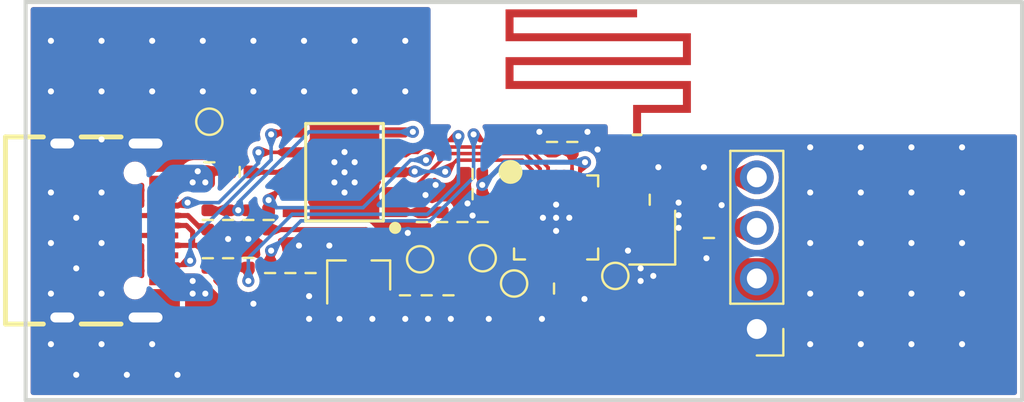
<source format=kicad_pcb>
(kicad_pcb (version 20221018) (generator pcbnew)
  (layers (0 "F.Cu" signal) (31 "B.Cu" signal) (34 "B.Paste" user) (35 "F.Paste" user) (36 "B.SilkS" user "B.Silkscreen") (37 "F.SilkS" user "F.Silkscreen") (38 "B.Mask" user) (39 "F.Mask" user) (44 "Edge.Cuts" user))
  (net 0 "")
  (net 1 "/ANT")
  (net 2 "GND")
  (net 3 "USB-VIN")
  (net 4 "/VIN_DET")
  (net 5 "Net-(U1-VIN)")
  (net 6 "/C-USBDP")
  (net 7 "/C-USBDM")
  (net 8 "3.3V")
  (net 9 "Net-(U2-VDD)")
  (net 10 "Net-(U3-VINTA)")
  (net 11 "Net-(U3-VDCIA)")
  (net 12 "/Sense")
  (net 13 "/Control")
  (net 14 "Net-(J2-CC1)")
  (net 15 "Net-(J2-D+-PadA6)")
  (net 16 "Net-(J2-D--PadA7)")
  (net 18 "Net-(U2-VBUS)")
  (net 19 "/CFG1")
  (net 20 "Net-(U3-PA8{slash}RXD1)")
  (net 21 "Net-(U3-PA9{slash}TMR0{slash}TXD1)")
  (net 22 "Net-(U3-PB22{slash}TMR3)")
  (net 23 "/CFG2")
  (net 24 "/CFG3")
  (net 30 "Net-(U3-X32MO)")
  (net 31 "Net-(U3-X32MI)")
  (net 39 "Net-(J2-CC2)")
  (footprint "Connector_PinHeader_2.54mm:PinHeader_1x04_P2.54mm_Vertical" (layer "F.Cu") (at 36.6912 -3.572 180)
    (fp_text reference "J1" hide)
    (fp_text value "Conn_01x04_Pin" hide)
    (pad "1" thru_hole rect (at 0 0 180) (size 1.7 1.7) (drill 1) (layers "*.Cu" "*.Mask") (net 2 "GND"))
    (pad "2" thru_hole oval (at 0 2.54 180) (size 1.7 1.7) (drill 1) (layers "*.Cu" "*.Mask") (net 3 "USB-VIN"))
    (pad "3" thru_hole oval (at 0 5.08 180) (size 1.7 1.7) (drill 1) (layers "*.Cu" "*.Mask") (net 12 "/Sense"))
    (pad "4" thru_hole oval (at 0 7.62 180) (size 1.7 1.7) (drill 1) (layers "*.Cu" "*.Mask") (net 13 "/Control"))
  )
  (footprint "isdt_kicad_std:C_0402" (layer "F.Cu") (at 21.219 -5.2653 90)
    (fp_text reference "C8" hide)
    (fp_text value "0.1uF/50V" hide)
    (pad "1" smd roundrect (at -0.485 0 90) (size 0.59 0.64) (layers "F.Cu" "F.Paste" "F.Mask") (net 2 "GND"))
    (pad "2" smd roundrect (at 0.485 0 90) (size 0.59 0.64) (layers "F.Cu" "F.Paste" "F.Mask") (net 8 "3.3V"))
  )
  (footprint "isdt_kicad_std:R_0402" (layer "F.Cu") (at 12.268 -6.383 90)
    (fp_text reference "R1" hide)
    (fp_text value "100K" hide)
    (pad "1" smd roundrect (at -0.485 0 90) (size 0.59 0.64) (layers "F.Cu" "F.Paste" "F.Mask") (net 3 "USB-VIN"))
    (pad "2" smd roundrect (at 0.485 0 90) (size 0.59 0.64) (layers "F.Cu" "F.Paste" "F.Mask") (net 4 "/VIN_DET"))
  )
  (footprint "isdt_kicad_std:C_0402" (layer "F.Cu") (at 11.176 -9.05 90)
    (fp_text reference "C5" hide)
    (fp_text value "10pF/50V" hide)
    (pad "1" smd roundrect (at -0.485 0 90) (size 0.59 0.64) (layers "F.Cu" "F.Paste" "F.Mask") (net 2 "GND"))
    (pad "2" smd roundrect (at 0.485 0 90) (size 0.59 0.64) (layers "F.Cu" "F.Paste" "F.Mask") (net 7 "/C-USBDM"))
  )
  (footprint "isdt_kicad_std:R_0402" (layer "F.Cu") (at 26.416 -12.97 90)
    (fp_text reference "R2" hide)
    (fp_text value "10K" hide)
    (pad "1" smd roundrect (at -0.485 0 90) (size 0.59 0.64) (layers "F.Cu" "F.Paste" "F.Mask") (net 4 "/VIN_DET"))
    (pad "2" smd roundrect (at 0.485 0 90) (size 0.59 0.64) (layers "F.Cu" "F.Paste" "F.Mask") (net 2 "GND"))
  )
  (footprint "isdt_kicad_std:R_0402" (layer "F.Cu") (at 9.144 -9.05 90)
    (fp_text reference "R5" hide)
    (fp_text value "10R" hide)
    (pad "1" smd roundrect (at -0.485 0 90) (size 0.59 0.64) (layers "F.Cu" "F.Paste" "F.Mask") (net 16 "Net-(J2-D--PadA7)"))
    (pad "2" smd roundrect (at 0.485 0 90) (size 0.59 0.64) (layers "F.Cu" "F.Paste" "F.Mask") (net 7 "/C-USBDM"))
  )
  (footprint "isdt_kicad_std:C_0402" (layer "F.Cu") (at 19.888 -8.946 90)
    (fp_text reference "C9" hide)
    (fp_text value "1uF/10V X7R" hide)
    (pad "1" smd roundrect (at -0.485 0 90) (size 0.59 0.64) (layers "F.Cu" "F.Paste" "F.Mask") (net 2 "GND"))
    (pad "2" smd roundrect (at 0.485 0 90) (size 0.59 0.64) (layers "F.Cu" "F.Paste" "F.Mask") (net 9 "Net-(U2-VDD)"))
  )
  (footprint "isdt_kicad_std:TestPoint_1.2mm" (layer "F.Cu") (at 24.511 -5.858)
    (fp_text reference "TP4" hide)
    (fp_text value "TX" hide)
    (pad "1" smd circle (at 0 0) (size 1.2 1.2) (layers "F.Cu" "F.Mask") (net 21 "Net-(U3-PA9{slash}TMR0{slash}TXD1)"))
  )
  (footprint "isdt_kicad_std:C_0402" (layer "F.Cu") (at 19.0346 -5.2629 90)
    (fp_text reference "C6" hide)
    (fp_text value "10uF/6.3V" hide)
    (pad "1" smd roundrect (at -0.485 0 90) (size 0.59 0.64) (layers "F.Cu" "F.Paste" "F.Mask") (net 2 "GND"))
    (pad "2" smd roundrect (at 0.485 0 90) (size 0.59 0.64) (layers "F.Cu" "F.Paste" "F.Mask") (net 8 "3.3V"))
  )
  (footprint "isdt_kicad_std:C_0402" (layer "F.Cu") (at 10.16 -9.05 90)
    (fp_text reference "D2" hide)
    (fp_text value "ESD0402TS050D03" hide)
    (pad "1" smd roundrect (at -0.485 0 90) (size 0.59 0.64) (layers "F.Cu" "F.Paste" "F.Mask") (net 2 "GND"))
    (pad "2" smd roundrect (at 0.485 0 90) (size 0.59 0.64) (layers "F.Cu" "F.Paste" "F.Mask") (net 7 "/C-USBDM"))
  )
  (footprint "isdt_kicad_std:R_0402" (layer "F.Cu") (at 20.904 -8.946 90)
    (fp_text reference "R9" hide)
    (fp_text value "47R" hide)
    (pad "1" smd roundrect (at -0.485 0 90) (size 0.59 0.64) (layers "F.Cu" "F.Paste" "F.Mask") (net 8 "3.3V"))
    (pad "2" smd roundrect (at 0.485 0 90) (size 0.59 0.64) (layers "F.Cu" "F.Paste" "F.Mask") (net 9 "Net-(U2-VDD)"))
  )
  (footprint "isdt_kicad_std:R_0402" (layer "F.Cu") (at 13.284 -6.383 90)
    (fp_text reference "R3" hide)
    (fp_text value "10R" hide)
    (pad "1" smd roundrect (at -0.485 0 90) (size 0.59 0.64) (layers "F.Cu" "F.Paste" "F.Mask") (net 3 "USB-VIN"))
    (pad "2" smd roundrect (at 0.485 0 90) (size 0.59 0.64) (layers "F.Cu" "F.Paste" "F.Mask") (net 5 "Net-(U1-VIN)"))
  )
  (footprint "isdt_kicad_std:Crystal_SMD_2016-4Pin_2.0x1.6mm" (layer "F.Cu") (at 31.445 -8.161 90)
    (fp_text reference "Y1" hide)
    (fp_text value "32MHz" hide)
    (pad "1" smd rect (at -0.7 0.55 90) (size 0.9 0.8) (layers "F.Cu" "F.Paste" "F.Mask") (net 30 "Net-(U3-X32MO)"))
    (pad "2" smd rect (at 0.7 0.55 90) (size 0.9 0.8) (layers "F.Cu" "F.Paste" "F.Mask") (net 2 "GND"))
    (pad "3" smd rect (at 0.7 -0.55 90) (size 0.9 0.8) (layers "F.Cu" "F.Paste" "F.Mask") (net 31 "Net-(U3-X32MI)"))
    (pad "4" smd rect (at -0.7 -0.55 90) (size 0.9 0.8) (layers "F.Cu" "F.Paste" "F.Mask") (net 2 "GND"))
  )
  (footprint "isdt_kicad_std:SOT-23" (layer "F.Cu") (at 16.713 -6.256 90)
    (fp_text reference "U1" hide)
    (fp_text value "ME6203A33M3G" hide)
    (pad "1" smd rect (at -1.075 -0.95 270) (size 1.05 0.8) (layers "F.Cu" "F.Paste" "F.Mask") (net 2 "GND"))
    (pad "2" smd rect (at -1.075 0.95 270) (size 1.05 0.8) (layers "F.Cu" "F.Paste" "F.Mask") (net 8 "3.3V"))
    (pad "3" smd rect (at 1.075 0 270) (size 1.05 0.8) (layers "F.Cu" "F.Paste" "F.Mask") (net 5 "Net-(U1-VIN)"))
  )
  (footprint "isdt_kicad_std:C_0402" (layer "F.Cu") (at 14.3 -6.383 90)
    (fp_text reference "C3" hide)
    (fp_text value "10uF/50V" hide)
    (pad "1" smd roundrect (at -0.485 0 90) (size 0.59 0.64) (layers "F.Cu" "F.Paste" "F.Mask") (net 2 "GND"))
    (pad "2" smd roundrect (at 0.485 0 90) (size 0.59 0.64) (layers "F.Cu" "F.Paste" "F.Mask") (net 5 "Net-(U1-VIN)"))
  )
  (footprint "isdt_kicad_std:C_0402" (layer "F.Cu") (at 10.16 -7.128 90)
    (fp_text reference "D1" hide)
    (fp_text value "ESD0402TS050D03" hide)
    (pad "1" smd roundrect (at -0.485 0 90) (size 0.59 0.64) (layers "F.Cu" "F.Paste" "F.Mask") (net 6 "/C-USBDP"))
    (pad "2" smd roundrect (at 0.485 0 90) (size 0.59 0.64) (layers "F.Cu" "F.Paste" "F.Mask") (net 2 "GND"))
  )
  (footprint "isdt_kicad_std:TestPoint_1.2mm" (layer "F.Cu") (at 22.936 -7.128)
    (fp_text reference "TP3" hide)
    (fp_text value "RX" hide)
    (pad "1" smd circle (at 0 0) (size 1.2 1.2) (layers "F.Cu" "F.Mask") (net 20 "Net-(U3-PA8{slash}RXD1)"))
  )
  (footprint "isdt_kicad_std:C_0402" (layer "F.Cu") (at 22.936 -8.946 -90)
    (fp_text reference "C12" hide)
    (fp_text value "0.1uF/25V" hide)
    (pad "1" smd roundrect (at -0.485 0 270) (size 0.59 0.64) (layers "F.Cu" "F.Paste" "F.Mask") (net 2 "GND"))
    (pad "2" smd roundrect (at 0.485 0 270) (size 0.59 0.64) (layers "F.Cu" "F.Paste" "F.Mask") (net 8 "3.3V"))
  )
  (footprint "isdt_kicad_std:R_0402" (layer "F.Cu") (at 26.515 -5.604)
    (fp_text reference "R6" hide)
    (fp_text value "10K" hide)
    (pad "1" smd roundrect (at -0.485 0) (size 0.59 0.64) (layers "F.Cu" "F.Paste" "F.Mask") (net 8 "3.3V"))
    (pad "2" smd roundrect (at 0.485 0) (size 0.59 0.64) (layers "F.Cu" "F.Paste" "F.Mask") (net 12 "/Sense"))
  )
  (footprint "isdt_kicad_std:TestPoint_1.2mm" (layer "F.Cu") (at 29.591 -6.239)
    (fp_text reference "TP5" hide)
    (fp_text value "BOOT" hide)
    (pad "1" smd circle (at 0 0) (size 1.2 1.2) (layers "F.Cu" "F.Mask") (net 22 "Net-(U3-PB22{slash}TMR3)"))
  )
  (footprint "isdt_kicad_std:C_0402" (layer "F.Cu") (at 11.176 -7.145 90)
    (fp_text reference "C4" hide)
    (fp_text value "10pF/50V" hide)
    (pad "1" smd roundrect (at -0.485 0 90) (size 0.59 0.64) (layers "F.Cu" "F.Paste" "F.Mask") (net 6 "/C-USBDP"))
    (pad "2" smd roundrect (at 0.485 0 90) (size 0.59 0.64) (layers "F.Cu" "F.Paste" "F.Mask") (net 2 "GND"))
  )
  (footprint "isdt_kicad_std:ESSOP10" (layer "F.Cu") (at 16.002 -11.447 180)
    (fp_text reference "U2" hide)
    (fp_text value "CH224K" hide)
    (pad "1" smd rect (at -2.55 -2 180) (size 1.1 0.51) (layers "F.Cu" "F.Paste" "F.Mask") (net 9 "Net-(U2-VDD)"))
    (pad "2" smd rect (at -2.55 -1 180) (size 1.1 0.51) (layers "F.Cu" "F.Paste" "F.Mask") (net 23 "/CFG2"))
    (pad "3" smd rect (at -2.55 0 180) (size 1.1 0.51) (layers "F.Cu" "F.Paste" "F.Mask") (net 24 "/CFG3"))
    (pad "4" smd rect (at -2.55 1 180) (size 1.1 0.51) (layers "F.Cu" "F.Paste" "F.Mask") (net 6 "/C-USBDP"))
    (pad "5" smd rect (at -2.55 2 180) (size 1.1 0.51) (layers "F.Cu" "F.Paste" "F.Mask") (net 7 "/C-USBDM"))
    (pad "6" smd rect (at 2.55 2 180) (size 1.1 0.51) (layers "F.Cu" "F.Paste" "F.Mask") (net 39 "Net-(J2-CC2)"))
    (pad "7" smd rect (at 2.55 1 180) (size 1.1 0.51) (layers "F.Cu" "F.Paste" "F.Mask") (net 14 "Net-(J2-CC1)"))
    (pad "8" smd rect (at 2.55 0 180) (size 1.1 0.51) (layers "F.Cu" "F.Paste" "F.Mask") (net 18 "Net-(U2-VBUS)"))
    (pad "9" smd rect (at 2.55 -1 180) (size 1.1 0.51) (layers "F.Cu" "F.Paste" "F.Mask") (net 19 "/CFG1"))
    (pad "10" smd rect (at 2.55 -2 180) (size 1.1 0.51) (layers "F.Cu" "F.Paste" "F.Mask"))
    (pad "11" smd rect (at 0 0 180) (size 2.3 3.2) (layers "F.Cu") (net 2 "GND"))
  )
  (footprint "isdt_kicad_std:R_0402" (layer "F.Cu") (at 12.192 -9.05 90)
    (fp_text reference "R8" hide)
    (fp_text value "10K" hide)
    (pad "1" smd roundrect (at -0.485 0 90) (size 0.59 0.64) (layers "F.Cu" "F.Paste" "F.Mask") (net 8 "3.3V"))
    (pad "2" smd roundrect (at 0.485 0 90) (size 0.59 0.64) (layers "F.Cu" "F.Paste" "F.Mask") (net 19 "/CFG1"))
  )
  (footprint "isdt_kicad_std:C_0402" (layer "F.Cu") (at 20.1268 -5.2653 90)
    (fp_text reference "C7" hide)
    (fp_text value "10uF/6.3V" hide)
    (pad "1" smd roundrect (at -0.485 0 90) (size 0.59 0.64) (layers "F.Cu" "F.Paste" "F.Mask") (net 2 "GND"))
    (pad "2" smd roundrect (at 0.485 0 90) (size 0.59 0.64) (layers "F.Cu" "F.Paste" "F.Mask") (net 8 "3.3V"))
  )
  (footprint "isdt_kicad_std:ANT_AN5129" (layer "F.Cu") (at 30.683 -13.131)
    (fp_text reference "ANT1" hide)
    (fp_text value "Antenna" hide)
    (pad "1" smd custom (at 0 0) (size 0.4 0.4) (layers "F.Cu") (net 1 "/ANT") (options (clearance outline) (anchor rect)) (primitives (gr_poly (pts (xy 0 -6.1) (xy -6.2 -6.1) (xy -6.2 -5.3) (xy 2.7 -5.3) (xy 2.7 -3.7) (xy -6.2 -3.7) (xy -6.2 -2.9) (xy 2.7 -2.9) (xy 2.7 -1.3) (xy 0.2 -1.3) (xy 0.2 0.2) (xy -0.2 0.2) (xy -0.2 -1.7) (xy 2.3 -1.7) (xy 2.3 -2.5) (xy -6.6 -2.5) (xy -6.6 -4.1) (xy 2.3 -4.1) (xy 2.3 -4.9) (xy -6.6 -4.9) (xy -6.6 -6.5) (xy 0 -6.5)) (width 0) (fill yes))))
  )
  (footprint "isdt_kicad_std:C_0402" (layer "F.Cu") (at 31.318 -10.066 180)
    (fp_text reference "C11" hide)
    (fp_text value "2.2uF/6.3V" hide)
    (pad "1" smd roundrect (at -0.485 0 180) (size 0.59 0.64) (layers "F.Cu" "F.Paste" "F.Mask") (net 2 "GND"))
    (pad "2" smd roundrect (at 0.485 0 180) (size 0.59 0.64) (layers "F.Cu" "F.Paste" "F.Mask") (net 10 "Net-(U3-VINTA)"))
  )
  (footprint "isdt_kicad_std:R_0402" (layer "F.Cu") (at 9.144 -7.128 -90)
    (fp_text reference "R4" hide)
    (fp_text value "10R" hide)
    (pad "1" smd roundrect (at -0.485 0 270) (size 0.59 0.64) (layers "F.Cu" "F.Paste" "F.Mask") (net 15 "Net-(J2-D+-PadA6)"))
    (pad "2" smd roundrect (at 0.485 0 270) (size 0.59 0.64) (layers "F.Cu" "F.Paste" "F.Mask") (net 6 "/C-USBDP"))
  )
  (footprint "isdt_kicad_std:C_0402" (layer "F.Cu") (at 22.428 -10.343)
    (fp_text reference "C13" hide)
    (fp_text value "2.2uF/6.3V" hide)
    (pad "1" smd roundrect (at -0.485 0) (size 0.59 0.64) (layers "F.Cu" "F.Paste" "F.Mask") (net 2 "GND"))
    (pad "2" smd roundrect (at 0.485 0) (size 0.59 0.64) (layers "F.Cu" "F.Paste" "F.Mask") (net 11 "Net-(U3-VDCIA)"))
  )
  (footprint "isdt_kicad_std:TestPoint_1.2mm" (layer "F.Cu") (at 9.22 -13.986 90)
    (fp_text reference "TP2" hide)
    (fp_text value "GND" hide)
    (pad "1" smd circle (at 0 0 90) (size 1.2 1.2) (layers "F.Cu" "F.Mask") (net 2 "GND"))
  )
  (footprint "isdt_kicad_std:C_0402" (layer "F.Cu") (at 34.29 -8.144 90)
    (fp_text reference "C15" hide)
    (fp_text value "0.1uF/50V" hide)
    (pad "1" smd roundrect (at -0.485 0 90) (size 0.59 0.64) (layers "F.Cu" "F.Paste" "F.Mask") (net 2 "GND"))
    (pad "2" smd roundrect (at 0.485 0 90) (size 0.59 0.64) (layers "F.Cu" "F.Paste" "F.Mask") (net 12 "/Sense"))
  )
  (footprint "isdt_kicad_std:C_0402" (layer "F.Cu") (at 21.92 -8.946 -90)
    (fp_text reference "C10" hide)
    (fp_text value "2.2uF/6.3V" hide)
    (pad "1" smd roundrect (at -0.485 0 270) (size 0.59 0.64) (layers "F.Cu" "F.Paste" "F.Mask") (net 2 "GND"))
    (pad "2" smd roundrect (at 0.485 0 270) (size 0.59 0.64) (layers "F.Cu" "F.Paste" "F.Mask") (net 8 "3.3V"))
  )
  (footprint "isdt_kicad_std:TestPoint_1.2mm" (layer "F.Cu") (at 19.7966 -7.0759)
    (fp_text reference "TP1" hide)
    (fp_text value "3.3V" hide)
    (pad "1" smd circle (at 0 0) (size 1.2 1.2) (layers "F.Cu" "F.Mask") (net 8 "3.3V"))
  )
  (footprint "isdt_kicad_std:R_0402" (layer "F.Cu") (at 10.744 -11.463 180)
    (fp_text reference "R7" hide)
    (fp_text value "10K" hide)
    (pad "1" smd roundrect (at -0.485 0 180) (size 0.59 0.64) (layers "F.Cu" "F.Paste" "F.Mask") (net 18 "Net-(U2-VBUS)"))
    (pad "2" smd roundrect (at 0.485 0 180) (size 0.59 0.64) (layers "F.Cu" "F.Paste" "F.Mask") (net 3 "USB-VIN"))
  )
  (footprint "isdt_kicad_std:C_0402" (layer "F.Cu") (at 22.428 -11.359)
    (fp_text reference "C14" hide)
    (fp_text value "2.2uF/6.3V" hide)
    (pad "1" smd roundrect (at -0.485 0) (size 0.59 0.64) (layers "F.Cu" "F.Paste" "F.Mask") (net 2 "GND"))
    (pad "2" smd roundrect (at 0.485 0) (size 0.59 0.64) (layers "F.Cu" "F.Paste" "F.Mask") (net 11 "Net-(U3-VDCIA)"))
  )
  (footprint "isdt_kicad_std:C_0402" (layer "F.Cu") (at 27.432 -12.97 -90)
    (fp_text reference "C2" hide)
    (fp_text value "10pF/50V" hide)
    (pad "1" smd roundrect (at -0.485 0 270) (size 0.59 0.64) (layers "F.Cu" "F.Paste" "F.Mask") (net 2 "GND"))
    (pad "2" smd roundrect (at 0.485 0 270) (size 0.59 0.64) (layers "F.Cu" "F.Paste" "F.Mask") (net 4 "/VIN_DET"))
  )
  (footprint "isdt_kicad_std:C_0402" (layer "F.Cu") (at 9.22 -11.948 -90)
    (fp_text reference "C1" hide)
    (fp_text value "10pF/50V" hide)
    (pad "1" smd roundrect (at -0.485 0 270) (size 0.59 0.64) (layers "F.Cu" "F.Paste" "F.Mask") (net 2 "GND"))
    (pad "2" smd roundrect (at 0.485 0 270) (size 0.59 0.64) (layers "F.Cu" "F.Paste" "F.Mask") (net 3 "USB-VIN"))
  )
  (footprint "isdt_kicad_std:QFN-28-1EP_4x4mm_P0.4mm_EP2.8x2.8mm" (layer "F.Cu") (at 26.619 -9.177)
    (fp_text reference "U3" hide)
    (fp_text value "CH571F" hide)
    (pad "1" smd roundrect (at -2 -1.2) (size 0.8 0.2) (layers "F.Cu" "F.Paste" "F.Mask"))
    (pad "2" smd roundrect (at -2 -0.8) (size 0.8 0.2) (layers "F.Cu" "F.Paste" "F.Mask"))
    (pad "3" smd roundrect (at -2 -0.4) (size 0.8 0.2) (layers "F.Cu" "F.Paste" "F.Mask") (net 11 "Net-(U3-VDCIA)"))
    (pad "4" smd roundrect (at -2 0) (size 0.8 0.2) (layers "F.Cu" "F.Paste" "F.Mask") (net 11 "Net-(U3-VDCIA)"))
    (pad "5" smd roundrect (at -2 0.4) (size 0.8 0.2) (layers "F.Cu" "F.Paste" "F.Mask") (net 8 "3.3V"))
    (pad "6" smd roundrect (at -2 0.8) (size 0.8 0.2) (layers "F.Cu" "F.Paste" "F.Mask") (net 20 "Net-(U3-PA8{slash}RXD1)"))
    (pad "7" smd roundrect (at -2 1.2) (size 0.8 0.2) (layers "F.Cu" "F.Paste" "F.Mask") (net 21 "Net-(U3-PA9{slash}TMR0{slash}TXD1)"))
    (pad "8" smd roundrect (at -1.2 2) (size 0.2 0.8) (layers "F.Cu" "F.Paste" "F.Mask"))
    (pad "9" smd roundrect (at -0.8 2) (size 0.2 0.8) (layers "F.Cu" "F.Paste" "F.Mask"))
    (pad "10" smd roundrect (at -0.4 2) (size 0.2 0.8) (layers "F.Cu" "F.Paste" "F.Mask"))
    (pad "11" smd roundrect (at 0 2) (size 0.2 0.8) (layers "F.Cu" "F.Paste" "F.Mask"))
    (pad "12" smd roundrect (at 0.4 2) (size 0.2 0.8) (layers "F.Cu" "F.Paste" "F.Mask") (net 12 "/Sense"))
    (pad "13" smd roundrect (at 0.8 2) (size 0.2 0.8) (layers "F.Cu" "F.Paste" "F.Mask") (net 13 "/Control"))
    (pad "14" smd roundrect (at 1.2 2) (size 0.2 0.8) (layers "F.Cu" "F.Paste" "F.Mask"))
    (pad "15" smd roundrect (at 2 1.2) (size 0.8 0.2) (layers "F.Cu" "F.Paste" "F.Mask"))
    (pad "16" smd roundrect (at 2 0.8) (size 0.8 0.2) (layers "F.Cu" "F.Paste" "F.Mask"))
    (pad "17" smd roundrect (at 2 0.4) (size 0.8 0.2) (layers "F.Cu" "F.Paste" "F.Mask") (net 22 "Net-(U3-PB22{slash}TMR3)"))
    (pad "18" smd roundrect (at 2 0) (size 0.8 0.2) (layers "F.Cu" "F.Paste" "F.Mask") (net 30 "Net-(U3-X32MO)"))
    (pad "19" smd roundrect (at 2 -0.4) (size 0.8 0.2) (layers "F.Cu" "F.Paste" "F.Mask") (net 31 "Net-(U3-X32MI)"))
    (pad "20" smd roundrect (at 2 -0.8) (size 0.8 0.2) (layers "F.Cu" "F.Paste" "F.Mask") (net 10 "Net-(U3-VINTA)"))
    (pad "21" smd roundrect (at 2 -1.2) (size 0.8 0.2) (layers "F.Cu" "F.Paste" "F.Mask") (net 1 "/ANT"))
    (pad "22" smd roundrect (at 1.2 -2) (size 0.2 0.8) (layers "F.Cu" "F.Paste" "F.Mask") (net 11 "Net-(U3-VDCIA)"))
    (pad "23" smd roundrect (at 0.8 -2) (size 0.2 0.8) (layers "F.Cu" "F.Paste" "F.Mask") (net 4 "/VIN_DET"))
    (pad "24" smd roundrect (at 0.4 -2) (size 0.2 0.8) (layers "F.Cu" "F.Paste" "F.Mask"))
    (pad "25" smd roundrect (at 0 -2) (size 0.2 0.8) (layers "F.Cu" "F.Paste" "F.Mask"))
    (pad "26" smd roundrect (at -0.4 -2) (size 0.2 0.8) (layers "F.Cu" "F.Paste" "F.Mask") (net 19 "/CFG1"))
    (pad "27" smd roundrect (at -0.8 -2) (size 0.2 0.8) (layers "F.Cu" "F.Paste" "F.Mask") (net 23 "/CFG2"))
    (pad "28" smd roundrect (at -1.2 -2) (size 0.2 0.8) (layers "F.Cu" "F.Paste" "F.Mask") (net 24 "/CFG3"))
    (pad "29" smd rect (at 0 0) (size 2.8 2.8) (layers "F.Cu") (net 2 "GND"))
    (zone (net 0) (net_name "") (layer "F.Cu") (connect_pads (clearance 0)) (min_thickness 0.25)
      (keepout (tracks allowed) (vias allowed) (pads allowed) (copperpour not_allowed) (footprints allowed))
      (fill (thermal_gap 0.5) (thermal_bridge_width 0.5))
      (polygon (pts (xy 25.095 -10.701) (xy 25.095 -7.653) (xy 28.143 -7.653) (xy 28.143 -10.701)))
    )
  )
  (footprint "isdt_kicad_std:YH-036-013A" (layer "F.Cu") (at 5.489 -11.412 -90)
    (fp_text reference "J2" hide)
    (fp_text value "TYPE-C")
    (pad "" np_thru_hole circle (at 0 0 270) (size 0.65 0.65) (drill 0.65) (layers "F&B.Cu" "*.Mask"))
    (pad "" np_thru_hole circle (at 5.78 0 270) (size 0.65 0.65) (drill 0.65) (layers "F&B.Cu" "*.Mask"))
    (pad "A1" smd rect (at -0.36 -1.445 270) (size 0.6 1.45) (layers "F.Cu" "F.Paste" "F.Mask") (net 2 "GND"))
    (pad "A4" smd rect (at 0.44 -1.445 270) (size 0.6 1.45) (layers "F.Cu" "F.Paste" "F.Mask") (net 3 "USB-VIN"))
    (pad "A5" smd rect (at 1.64 -1.445 270) (size 0.3 1.45) (layers "F.Cu" "F.Paste" "F.Mask") (net 14 "Net-(J2-CC1)"))
    (pad "A6" smd rect (at 2.64 -1.445 270) (size 0.3 1.45) (layers "F.Cu" "F.Paste" "F.Mask") (net 15 "Net-(J2-D+-PadA6)"))
    (pad "A7" smd rect (at 3.14 -1.445 270) (size 0.3 1.45) (layers "F.Cu" "F.Paste" "F.Mask") (net 16 "Net-(J2-D--PadA7)"))
    (pad "A8" smd rect (at 4.14 -1.445 270) (size 0.3 1.45) (layers "F.Cu" "F.Paste" "F.Mask"))
    (pad "A9" smd rect (at 5.34 -1.445 270) (size 0.6 1.45) (layers "F.Cu" "F.Paste" "F.Mask") (net 3 "USB-VIN"))
    (pad "A12" smd rect (at 6.14 -1.445 270) (size 0.6 1.45) (layers "F.Cu" "F.Paste" "F.Mask") (net 2 "GND"))
    (pad "B1" smd rect (at 6.14 -1.445 270) (size 0.6 1.45) (layers "F.Cu" "F.Paste" "F.Mask") (net 2 "GND"))
    (pad "B4" smd rect (at 5.34 -1.445 270) (size 0.6 1.45) (layers "F.Cu" "F.Paste" "F.Mask") (net 3 "USB-VIN"))
    (pad "B5" smd rect (at 4.64 -1.445 270) (size 0.3 1.45) (layers "F.Cu" "F.Paste" "F.Mask") (net 39 "Net-(J2-CC2)"))
    (pad "B6" smd rect (at 3.64 -1.445 270) (size 0.3 1.45) (layers "F.Cu" "F.Paste" "F.Mask") (net 15 "Net-(J2-D+-PadA6)"))
    (pad "B7" smd rect (at 2.14 -1.445 270) (size 0.3 1.45) (layers "F.Cu" "F.Paste" "F.Mask") (net 16 "Net-(J2-D--PadA7)"))
    (pad "B8" smd rect (at 1.14 -1.445 270) (size 0.3 1.45) (layers "F.Cu" "F.Paste" "F.Mask"))
    (pad "B9" smd rect (at 0.44 -1.445 270) (size 0.6 1.45) (layers "F.Cu" "F.Paste" "F.Mask") (net 3 "USB-VIN"))
    (pad "B12" smd rect (at -0.36 -1.445 270) (size 0.6 1.45) (layers "F.Cu" "F.Paste" "F.Mask") (net 2 "GND"))
    (pad "S1" thru_hole oval (at -1.48 -0.53 270) (size 1 2.1) (drill oval 0.5 1.7) (layers "*.Cu" "*.Mask") (net 2 "GND"))
    (pad "S1" thru_hole oval (at -1.48 3.65 270) (size 1 1.6) (drill oval 0.5 1.2) (layers "*.Cu" "*.Mask") (net 2 "GND"))
    (pad "S1" thru_hole oval (at 7.26 -0.53 270) (size 1 2.1) (drill oval 0.5 1.7) (layers "*.Cu" "*.Mask") (net 2 "GND"))
    (pad "S1" thru_hole oval (at 7.26 3.65 270) (size 1 1.6) (drill oval 0.5 1.2) (layers "*.Cu" "*.Mask") (net 2 "GND"))
  )
  (gr_rect (start 0 -20) (end 50 0) (stroke (width 0.2032)) (fill none) (layer "Edge.Cuts"))
  (via (at 39.37 -7.89) (size 0.6096) (drill 0.3048) (layers "F.Cu" "B.Cu") (net 2))
  (via (at 1.27 -7.89) (size 0.6096) (drill 0.3048) (layers "F.Cu" "B.Cu") (net 2))
  (via (at 20.574 -10.811) (size 0.6096) (drill 0.3048) (layers "F.Cu" "B.Cu") (net 2))
  (via (at 16.002 -12.462) (size 0.6096) (drill 0.3048) (layers "F.Cu" "B.Cu") (net 2))
  (via (at 23.241 -4.08) (size 0.6096) (drill 0.3048) (layers "F.Cu" "B.Cu") (net 2))
  (via (at 3.81 -7.89) (size 0.6096) (drill 0.3048) (layers "F.Cu" "B.Cu") (net 2))
  (via (at 39.37 -10.43) (size 0.6096) (drill 0.3048) (layers "F.Cu" "B.Cu") (net 2))
  (via (at 28.194 -13.478) (size 0.6096) (drill 0.3048) (layers "F.Cu" "B.Cu") (net 2))
  (via (at 10.16 -8.0932) (size 0.6096) (drill 0.3048) (layers "F.Cu" "B.Cu") (net 2))
  (via (at 19.177 -8.398) (size 0.6096) (drill 0.3048) (layers "F.Cu" "B.Cu") (net 2))
  (via (at 7.62 -1.27) (size 0.6096) (drill 0.3048) (layers "F.Cu" "B.Cu") (net 2))
  (via (at 44.45 -7.89) (size 0.6096) (drill 0.3048) (layers "F.Cu" "B.Cu") (net 2))
  (via (at 6.35 -15.51) (size 0.6096) (drill 0.3048) (layers "F.Cu" "B.Cu") (net 2))
  (via (at 25.9588 -9.16) (size 0.6096) (drill 0.3048) (layers "F.Cu" "B.Cu") (net 2))
  (via (at 6.35 -2.81) (size 0.6096) (drill 0.3048) (layers "F.Cu" "B.Cu") (net 2))
  (via (at 44.45 -10.43) (size 0.6096) (drill 0.3048) (layers "F.Cu" "B.Cu") (net 2))
  (via (at 11.43 -4.842) (size 0.6096) (drill 0.3048) (layers "F.Cu" "B.Cu") (net 2))
  (via (at 22.4282 -9.271) (size 0.6096) (drill 0.3048) (layers "F.Cu" "B.Cu") (net 2))
  (via (at 3.81 -2.81) (size 0.6096) (drill 0.3048) (layers "F.Cu" "B.Cu") (net 2))
  (via (at 41.91 -12.7) (size 0.6096) (drill 0.3048) (layers "F.Cu" "B.Cu") (net 2))
  (via (at 15.748 -4.08) (size 0.6096) (drill 0.3048) (layers "F.Cu" "B.Cu") (net 2))
  (via (at 41.91 -10.43) (size 0.6096) (drill 0.3048) (layers "F.Cu" "B.Cu") (net 2))
  (via (at 41.91 -5.35) (size 0.6096) (drill 0.3048) (layers "F.Cu" "B.Cu") (net 2))
  (via (at 5.08 -1.27) (size 0.6096) (drill 0.3048) (layers "F.Cu" "B.Cu") (net 2))
  (via (at 15.494 -11.954) (size 0.6096) (drill 0.3048) (layers "F.Cu" "B.Cu") (net 2))
  (via (at 30.861 -6.62) (size 0.6096) (drill 0.3048) (layers "F.Cu" "B.Cu") (net 2))
  (via (at 16.002 -10.43) (size 0.6096) (drill 0.3048) (layers "F.Cu" "B.Cu") (net 2))
  (via (at 17.399 -4.08) (size 0.6096) (drill 0.3048) (layers "F.Cu" "B.Cu") (net 2))
  (via (at 39.37 -2.81) (size 0.6096) (drill 0.3048) (layers "F.Cu" "B.Cu") (net 2))
  (via (at 16.51 -18.05) (size 0.6096) (drill 0.3048) (layers "F.Cu" "B.Cu") (net 2))
  (via (at 46.99 -12.7) (size 0.6096) (drill 0.3048) (layers "F.Cu" "B.Cu") (net 2))
  (via (at 44.45 -12.7) (size 0.6096) (drill 0.3048) (layers "F.Cu" "B.Cu") (net 2))
  (via (at 8.89 -15.51) (size 0.6096) (drill 0.3048) (layers "F.Cu" "B.Cu") (net 2))
  (via (at 31.75 -11.7) (size 0.6096) (drill 0.3048) (layers "F.Cu" "B.Cu") (net 2))
  (via (at 20.066 -10.303) (size 0.6096) (drill 0.3048) (layers "F.Cu" "B.Cu") (net 2))
  (via (at 2.54 -1.27) (size 0.6096) (drill 0.3048) (layers "F.Cu" "B.Cu") (net 2))
  (via (at 41.91 -7.89) (size 0.6096) (drill 0.3048) (layers "F.Cu" "B.Cu") (net 2))
  (via (at 1.27 -15.51) (size 0.6096) (drill 0.3048) (layers "F.Cu" "B.Cu") (net 2))
  (via (at 13.97 -15.51) (size 0.6096) (drill 0.3048) (layers "F.Cu" "B.Cu") (net 2))
  (via (at 26.6192 -8.4996) (size 0.6096) (drill 0.3048) (layers "F.Cu" "B.Cu") (net 2))
  (via (at 3.81 -15.51) (size 0.6096) (drill 0.3048) (layers "F.Cu" "B.Cu") (net 2))
  (via (at 20.193 -4.08) (size 0.6096) (drill 0.3048) (layers "F.Cu" "B.Cu") (net 2))
  (via (at 2.54 -9.16) (size 0.6096) (drill 0.3048) (layers "F.Cu" "B.Cu") (net 2))
  (via (at 46.99 -5.35) (size 0.6096) (drill 0.3048) (layers "F.Cu" "B.Cu") (net 2))
  (via (at 11.176 -8.0932) (size 0.6096) (drill 0.3048) (layers "F.Cu" "B.Cu") (net 2))
  (via (at 19.05 -15.51) (size 0.6096) (drill 0.3048) (layers "F.Cu" "B.Cu") (net 2))
  (via (at 26.6192 -9.8204) (size 0.6096) (drill 0.3048) (layers "F.Cu" "B.Cu") (net 2))
  (via (at 15.494 -10.938) (size 0.6096) (drill 0.3048) (layers "F.Cu" "B.Cu") (net 2))
  (via (at 44.45 -5.35) (size 0.6096) (drill 0.3048) (layers "F.Cu" "B.Cu") (net 2))
  (via (at 34.925 -9.795) (size 0.6096) (drill 0.3048) (layers "F.Cu" "B.Cu") (net 2))
  (via (at 46.99 -7.89) (size 0.6096) (drill 0.3048) (layers "F.Cu" "B.Cu") (net 2))
  (via (at 25.908 -4.08) (size 0.6096) (drill 0.3048) (layers "F.Cu" "B.Cu") (net 2))
  (via (at 31.496 -6.239) (size 0.6096) (drill 0.3048) (layers "F.Cu" "B.Cu") (net 2))
  (via (at 32.766 -9.287) (size 0.6096) (drill 0.3048) (layers "F.Cu" "B.Cu") (net 2))
  (via (at 44.45 -2.81) (size 0.6096) (drill 0.3048) (layers "F.Cu" "B.Cu") (net 2))
  (via (at 28.0416 -5.08) (size 0.6096) (drill 0.3048) (layers "F.Cu" "B.Cu") (net 2))
  (via (at 30.226 -7.509) (size 0.6096) (drill 0.3048) (layers "F.Cu" "B.Cu") (net 2))
  (via (at 2.54 -6.62) (size 0.6096) (drill 0.3048) (layers "F.Cu" "B.Cu") (net 2))
  (via (at 39.37 -12.7) (size 0.6096) (drill 0.3048) (layers "F.Cu" "B.Cu") (net 2))
  (via (at 16.002 -11.446) (size 0.6096) (drill 0.3048) (layers "F.Cu" "B.Cu") (net 2))
  (via (at 46.99 -10.43) (size 0.6096) (drill 0.3048) (layers "F.Cu" "B.Cu") (net 2))
  (via (at 1.27 -2.81) (size 0.6096) (drill 0.3048) (layers "F.Cu" "B.Cu") (net 2))
  (via (at 22.1742 -9.8806) (size 0.6096) (drill 0.3048) (layers "F.Cu" "B.Cu") (net 2))
  (via (at 13.97 -18.05) (size 0.6096) (drill 0.3048) (layers "F.Cu" "B.Cu") (net 2))
  (via (at 32.766 -9.922) (size 0.6096) (drill 0.3048) (layers "F.Cu" "B.Cu") (net 2))
  (via (at 11.43 -15.51) (size 0.6096) (drill 0.3048) (layers "F.Cu" "B.Cu") (net 2))
  (via (at 19.05 -18.05) (size 0.6096) (drill 0.3048) (layers "F.Cu" "B.Cu") (net 2))
  (via (at 1.27 -10.43) (size 0.6096) (drill 0.3048) (layers "F.Cu" "B.Cu") (net 2))
  (via (at 11.43 -18.05) (size 0.6096) (drill 0.3048) (layers "F.Cu" "B.Cu") (net 2))
  (via (at 28.702 -12.589) (size 0.6096) (drill 0.3048) (layers "F.Cu" "B.Cu") (net 2))
  (via (at 41.91 -2.81) (size 0.6096) (drill 0.3048) (layers "F.Cu" "B.Cu") (net 2))
  (via (at 34.036 -11.7) (size 0.6096) (drill 0.3048) (layers "F.Cu" "B.Cu") (net 2))
  (via (at 21.336 -4.08) (size 0.6096) (drill 0.3048) (layers "F.Cu" "B.Cu") (net 2))
  (via (at 30.861 -5.985) (size 0.6096) (drill 0.3048) (layers "F.Cu" "B.Cu") (net 2))
  (via (at 14.224 -5.223) (size 0.6096) (drill 0.3048) (layers "F.Cu" "B.Cu") (net 2))
  (via (at 13.716 -7.763) (size 0.6096) (drill 0.3048) (layers "F.Cu" "B.Cu") (net 2))
  (via (at 25.781 -13.478) (size 0.6096) (drill 0.3048) (layers "F.Cu" "B.Cu") (net 2))
  (via (at 14.224 -4.08) (size 0.6096) (drill 0.3048) (layers "F.Cu" "B.Cu") (net 2))
  (via (at 3.81 -18.05) (size 0.6096) (drill 0.3048) (layers "F.Cu" "B.Cu") (net 2))
  (via (at 19.05 -4.08) (size 0.6096) (drill 0.3048) (layers "F.Cu" "B.Cu") (net 2))
  (via (at 3.81 -13.097) (size 0.6096) (drill 0.3048) (layers "F.Cu" "B.Cu") (net 2))
  (via (at 6.35 -18.05) (size 0.6096) (drill 0.3048) (layers "F.Cu" "B.Cu") (net 2))
  (via (at 27.2796 -9.16) (size 0.6096) (drill 0.3048) (layers "F.Cu" "B.Cu") (net 2))
  (via (at 8.89 -18.05) (size 0.6096) (drill 0.3048) (layers "F.Cu" "B.Cu") (net 2))
  (via (at 16.51 -11.954) (size 0.6096) (drill 0.3048) (layers "F.Cu" "B.Cu") (net 2))
  (via (at 15.24 -7.763) (size 0.6096) (drill 0.3048) (layers "F.Cu" "B.Cu") (net 2))
  (via (at 3.81 -10.43) (size 0.6096) (drill 0.3048) (layers "F.Cu" "B.Cu") (net 2))
  (via (at 3.81 -5.35) (size 0.6096) (drill 0.3048) (layers "F.Cu" "B.Cu") (net 2))
  (via (at 1.27 -18.05) (size 0.6096) (drill 0.3048) (layers "F.Cu" "B.Cu") (net 2))
  (via (at 46.99 -2.81) (size 0.6096) (drill 0.3048) (layers "F.Cu" "B.Cu") (net 2))
  (via (at 32.766 -8.652) (size 0.6096) (drill 0.3048) (layers "F.Cu" "B.Cu") (net 2))
  (via (at 1.27 -5.35) (size 0.6096) (drill 0.3048) (layers "F.Cu" "B.Cu") (net 2))
  (via (at 16.51 -15.51) (size 0.6096) (drill 0.3048) (layers "F.Cu" "B.Cu") (net 2))
  (via (at 26.6192 -9.16) (size 0.6096) (drill 0.3048) (layers "F.Cu" "B.Cu") (net 2))
  (via (at 16.51 -10.938) (size 0.6096) (drill 0.3048) (layers "F.Cu" "B.Cu") (net 2))
  (via (at 34.163 -7.128) (size 0.6096) (drill 0.3048) (layers "F.Cu" "B.Cu") (net 2))
  (via (at 39.37 -5.35) (size 0.6096) (drill 0.3048) (layers "F.Cu" "B.Cu") (net 2))
  (segment (start 12.268 -5.898) (end 12.268 -3.115) (width 0.381) (layer "F.Cu") (net 3))
  (segment (start 10.259 -11.463) (end 9.22 -11.463) (width 0.381) (layer "F.Cu") (net 3))
  (segment (start 12.268 -5.898) (end 13.284 -5.898) (width 0.381) (layer "F.Cu") (net 3))
  (via (at 9.017 -10.938) (size 0.6096) (drill 0.3048) (layers "F.Cu" "B.Cu") (net 3))
  (via (at 9.017 -5.35) (size 0.6096) (drill 0.3048) (layers "F.Cu" "B.Cu") (net 3))
  (via (at 8.382 -5.35) (size 0.6096) (drill 0.3048) (layers "F.Cu" "B.Cu") (net 3))
  (via (at 8.382 -10.938) (size 0.6096) (drill 0.3048) (layers "F.Cu" "B.Cu") (net 3))
  (via (at 8.636 -11.4968) (size 0.6096) (drill 0.3048) (layers "F.Cu" "B.Cu") (net 3))
  (via (at 8.382 -5.985) (size 0.6096) (drill 0.3048) (layers "F.Cu" "B.Cu") (net 3))
  (segment (start 25.888922 -12.485) (end 26.416 -12.485) (width 0.1778) (layer "F.Cu") (net 4))
  (segment (start 27.419 -11.177) (end 27.419 -12.472) (width 0.1778) (layer "F.Cu") (net 4))
  (segment (start 25.327722 -13.0462) (end 25.888922 -12.485) (width 0.1778) (layer "F.Cu") (net 4))
  (segment (start 22.7838 -13.0462) (end 25.327722 -13.0462) (width 0.1778) (layer "F.Cu") (net 4))
  (segment (start 27.419 -12.472) (end 27.432 -12.485) (width 0.1778) (layer "F.Cu") (net 4))
  (segment (start 22.479 -13.351) (end 22.7838 -13.0462) (width 0.1778) (layer "F.Cu") (net 4))
  (segment (start 27.432 -12.485) (end 26.416 -12.485) (width 0.1778) (layer "F.Cu") (net 4))
  (segment (start 12.268 -7.458) (end 12.319 -7.509) (width 0.1778) (layer "F.Cu") (net 4))
  (segment (start 12.268 -6.868) (end 12.268 -7.458) (width 0.1778) (layer "F.Cu") (net 4))
  (via (at 22.479 -13.351) (size 0.6096) (drill 0.3048) (layers "F.Cu" "B.Cu") (net 4))
  (via (at 12.319 -7.509) (size 0.6096) (drill 0.3048) (layers "F.Cu" "B.Cu") (net 4))
  (segment (start 13.8176 -9.0076) (end 12.319 -7.509) (width 0.1778) (layer "B.Cu") (net 4))
  (segment (start 20.294599 -9.0076) (end 13.8176 -9.0076) (width 0.1778) (layer "B.Cu") (net 4))
  (segment (start 22.479 -11.192) (end 20.294599 -9.0076) (width 0.1778) (layer "B.Cu") (net 4))
  (segment (start 22.479 -13.351) (end 22.479 -11.192) (width 0.1778) (layer "B.Cu") (net 4))
  (segment (start 13.284 -6.868) (end 14.3 -6.868) (width 0.381) (layer "F.Cu") (net 5))
  (segment (start 14.3 -6.868) (end 16.25 -6.868) (width 0.381) (layer "F.Cu") (net 5))
  (segment (start 16.25 -6.868) (end 16.713 -7.331) (width 0.381) (layer "F.Cu") (net 5))
  (segment (start 11.176 -5.985) (end 11.176 -6.66) (width 0.1778) (layer "F.Cu") (net 6))
  (segment (start 10.16 -6.643) (end 10.177 -6.66) (width 0.254) (layer "F.Cu") (net 6))
  (segment (start 9.144 -6.643) (end 10.16 -6.643) (width 0.254) (layer "F.Cu") (net 6))
  (segment (start 18.552 -12.447) (end 19.67 -12.447) (width 0.1778) (layer "F.Cu") (net 6))
  (segment (start 10.177 -6.66) (end 11.176 -6.66) (width 0.254) (layer "F.Cu") (net 6))
  (segment (start 20.2692 -13.0462) (end 21.5016 -13.0462) (width 0.1778) (layer "F.Cu") (net 6))
  (segment (start 21.5016 -13.0462) (end 21.717 -13.2616) (width 0.1778) (layer "F.Cu") (net 6))
  (segment (start 19.67 -12.447) (end 20.2692 -13.0462) (width 0.1778) (layer "F.Cu") (net 6))
  (via (at 11.176 -5.985) (size 0.6096) (drill 0.3048) (layers "F.Cu" "B.Cu") (net 6))
  (via (at 21.717 -13.2616) (size 0.6096) (drill 0.3048) (layers "F.Cu" "B.Cu") (net 6))
  (segment (start 13.375497 -9.3378) (end 20.157826 -9.3378) (width 0.1778) (layer "B.Cu") (net 6))
  (segment (start 11.176 -5.985) (end 11.176 -7.138303) (width 0.1778) (layer "B.Cu") (net 6))
  (segment (start 11.176 -7.138303) (end 13.375497 -9.3378) (width 0.1778) (layer "B.Cu") (net 6))
  (segment (start 21.717 -10.896974) (end 21.717 -13.2616) (width 0.1778) (layer "B.Cu") (net 6))
  (segment (start 20.157826 -9.3378) (end 21.717 -10.896974) (width 0.1778) (layer "B.Cu") (net 6))
  (segment (start 10.668 -9.541) (end 10.662 -9.535) (width 0.254) (layer "F.Cu") (net 7))
  (segment (start 10.16 -9.535) (end 9.144 -9.535) (width 0.254) (layer "F.Cu") (net 7))
  (segment (start 10.662 -9.535) (end 10.16 -9.535) (width 0.254) (layer "F.Cu") (net 7))
  (segment (start 19.431 -13.478) (end 18.583 -13.478) (width 0.1778) (layer "F.Cu") (net 7))
  (segment (start 11.176 -9.535) (end 10.7188 -9.535) (width 0.254) (layer "F.Cu") (net 7))
  (segment (start 10.674 -9.535) (end 10.668 -9.541) (width 0.254) (layer "F.Cu") (net 7))
  (segment (start 10.7188 -9.535) (end 10.674 -9.535) (width 0.254) (layer "F.Cu") (net 7))
  (segment (start 18.583 -13.478) (end 18.552 -13.447) (width 0.1778) (layer "F.Cu") (net 7))
  (via (at 19.431 -13.478) (size 0.6096) (drill 0.3048) (layers "F.Cu" "B.Cu") (net 7))
  (via (at 10.668 -9.541) (size 0.6096) (drill 0.3048) (layers "F.Cu" "B.Cu") (net 7))
  (segment (start 19.431 -13.478) (end 14.224 -13.478) (width 0.1778) (layer "B.Cu") (net 7))
  (segment (start 14.224 -13.478) (end 10.668 -9.922) (width 0.1778) (layer "B.Cu") (net 7))
  (segment (start 10.668 -9.922) (end 10.668 -9.541) (width 0.1778) (layer "B.Cu") (net 7))
  (segment (start 25.268 -4.842) (end 26.03 -5.604) (width 0.254) (layer "F.Cu") (net 8))
  (segment (start 24.619 -8.777) (end 23.252 -8.777) (width 0.1778) (layer "F.Cu") (net 8))
  (segment (start 22.8407 -5.7503) (end 23.749 -4.842) (width 0.254) (layer "F.Cu") (net 8))
  (segment (start 12.192 -8.565) (end 17.0796 -8.565) (width 0.254) (layer "F.Cu") (net 8))
  (segment (start 21.219 -5.7503) (end 22.8407 -5.7503) (width 0.254) (layer "F.Cu") (net 8))
  (segment (start 23.252 -8.777) (end 22.936 -8.461) (width 0.1778) (layer "F.Cu") (net 8))
  (segment (start 17.9832 -7.6614) (end 17.9832 -6.5438) (width 0.254) (layer "F.Cu") (net 8))
  (segment (start 23.749 -4.842) (end 25.268 -4.842) (width 0.254) (layer "F.Cu") (net 8))
  (segment (start 17.0796 -8.565) (end 17.9832 -7.6614) (width 0.254) (layer "F.Cu") (net 8))
  (segment (start 18.552 -9.447) (end 19.872 -9.447) (width 0.254) (layer "F.Cu") (net 9))
  (segment (start 19.872 -9.447) (end 19.888 -9.431) (width 0.254) (layer "F.Cu") (net 9))
  (segment (start 19.888 -9.431) (end 20.904 -9.431) (width 0.254) (layer "F.Cu") (net 9))
  (segment (start 28.619 -9.977) (end 30.744 -9.977) (width 0.1778) (layer "F.Cu") (net 10))
  (segment (start 30.744 -9.977) (end 30.833 -10.066) (width 0.1778) (layer "F.Cu") (net 10))
  (segment (start 23.84 -9.323) (end 23.986 -9.177) (width 0.1778) (layer "F.Cu") (net 11))
  (segment (start 23.84 -9.577) (end 24.619 -9.577) (width 0.1778) (layer "F.Cu") (net 11))
  (segment (start 23.84 -9.5864) (end 23.84 -9.577) (width 0.1778) (layer "F.Cu") (net 11))
  (segment (start 23.0834 -10.343) (end 23.84 -9.5864) (width 0.1778) (layer "F.Cu") (net 11))
  (segment (start 22.913 -11.359) (end 22.913 -10.811) (width 0.254) (layer "F.Cu") (net 11))
  (segment (start 23.986 -9.177) (end 24.619 -9.177) (width 0.1778) (layer "F.Cu") (net 11))
  (segment (start 22.913 -10.811) (end 22.913 -10.343) (width 0.254) (layer "F.Cu") (net 11))
  (segment (start 22.913 -10.343) (end 23.0834 -10.343) (width 0.1778) (layer "F.Cu") (net 11))
  (segment (start 27.819 -11.177) (end 27.819 -11.701232) (width 0.1778) (layer "F.Cu") (net 11))
  (segment (start 23.84 -9.577) (end 23.84 -9.323) (width 0.1778) (layer "F.Cu") (net 11))
  (segment (start 27.819 -11.701232) (end 28.069607 -11.951839) (width 0.1778) (layer "F.Cu") (net 11))
  (via (at 22.913 -10.811) (size 0.6096) (drill 0.3048) (layers "F.Cu" "B.Cu") (net 11))
  (via (at 28.069607 -11.951839) (size 0.6096) (drill 0.3048) (layers "F.Cu" "B.Cu") (net 11))
  (segment (start 24.053839 -11.951839) (end 28.069607 -11.951839) (width 0.254) (layer "B.Cu") (net 11))
  (segment (start 22.913 -10.811) (end 24.053839 -11.951839) (width 0.254) (layer "B.Cu") (net 11))
  (segment (start 27.019 -5.617) (end 27 -5.598) (width 0.1778) (layer "F.Cu") (net 12))
  (segment (start 34.925 -6.874) (end 34.925 -8.398) (width 0.1778) (layer "F.Cu") (net 12))
  (segment (start 27.019 -7.177) (end 27.019 -5.617) (width 0.1778) (layer "F.Cu") (net 12))
  (segment (start 27.813 -4.334) (end 32.385 -4.334) (width 0.1778) (layer "F.Cu") (net 12))
  (segment (start 34.313 -8.652) (end 34.29 -8.629) (width 0.1778) (layer "F.Cu") (net 12))
  (segment (start 27 -5.147) (end 27.813 -4.334) (width 0.1778) (layer "F.Cu") (net 12))
  (segment (start 27 -5.604) (end 27 -5.147) (width 0.1778) (layer "F.Cu") (net 12))
  (segment (start 35.179 -8.652) (end 34.313 -8.652) (width 0.1778) (layer "F.Cu") (net 12))
  (segment (start 34.925 -8.398) (end 35.179 -8.652) (width 0.1778) (layer "F.Cu") (net 12))
  (segment (start 32.385 -4.334) (end 34.925 -6.874) (width 0.1778) (layer "F.Cu") (net 12))
  (segment (start 36.6912 -8.652) (end 35.179 -8.652) (width 0.1778) (layer "F.Cu") (net 12))
  (segment (start 27.419 -7.177) (end 27.419 -6.633) (width 0.1778) (layer "F.Cu") (net 13))
  (segment (start 28.702 -5.35) (end 32.004 -5.35) (width 0.1778) (layer "F.Cu") (net 13))
  (segment (start 33.3375 -6.6835) (end 33.3375 -9.8585) (width 0.1778) (layer "F.Cu") (net 13))
  (segment (start 34.671 -11.192) (end 36.6912 -11.192) (width 0.1778) (layer "F.Cu") (net 13))
  (segment (start 27.419 -6.633) (end 28.702 -5.35) (width 0.1778) (layer "F.Cu") (net 13))
  (segment (start 33.3375 -9.8585) (end 34.671 -11.192) (width 0.1778) (layer "F.Cu") (net 13))
  (segment (start 32.004 -5.35) (end 33.3375 -6.6835) (width 0.1778) (layer "F.Cu") (net 13))
  (segment (start 11.684 -12.447) (end 13.452 -12.447) (width 0.1778) (layer "F.Cu") (net 14))
  (segment (start 8.128 -9.922) (end 7.978 -9.772) (width 0.1778) (layer "F.Cu") (net 14))
  (segment (start 7.978 -9.772) (end 6.934 -9.772) (width 0.1778) (layer "F.Cu") (net 14))
  (via (at 8.128 -9.922) (size 0.6096) (drill 0.3048) (layers "F.Cu" "B.Cu") (net 14))
  (via (at 11.684 -12.447) (size 0.6096) (drill 0.3048) (layers "F.Cu" "B.Cu") (net 14))
  (segment (start 11.674226 -11.9032) (end 11.684 -11.9032) (width 0.1778) (layer "B.Cu") (net 14))
  (segment (start 9.693026 -9.922) (end 11.674226 -11.9032) (width 0.1778) (layer "B.Cu") (net 14))
  (segment (start 8.128 -9.922) (end 9.693026 -9.922) (width 0.1778) (layer "B.Cu") (net 14))
  (segment (start 11.684 -11.9032) (end 11.684 -12.447) (width 0.1778) (layer "B.Cu") (net 14))
  (segment (start 8.068264 -8.772) (end 8.382 -8.458264) (width 0.254) (layer "F.Cu") (net 15))
  (segment (start 6.934 -7.772) (end 8.382 -7.772) (width 0.254) (layer "F.Cu") (net 15))
  (segment (start 8.382 -7.772) (end 8.985 -7.772) (width 0.254) (layer "F.Cu") (net 15))
  (segment (start 8.985 -7.772) (end 9.144 -7.613) (width 0.254) (layer "F.Cu") (net 15))
  (segment (start 6.934 -8.772) (end 8.068264 -8.772) (width 0.254) (layer "F.Cu") (net 15))
  (segment (start 8.382 -8.458264) (end 8.382 -7.772) (width 0.254) (layer "F.Cu") (net 15))
  (segment (start 8.85 -8.565) (end 9.144 -8.565) (width 0.254) (layer "F.Cu") (net 16))
  (segment (start 6.934 -9.272) (end 8.143 -9.272) (width 0.254) (layer "F.Cu") (net 16))
  (segment (start 5.461 -8.525) (end 5.461 -9.033) (width 0.254) (layer "F.Cu") (net 16))
  (segment (start 5.461 -9.033) (end 5.7 -9.272) (width 0.254) (layer "F.Cu") (net 16))
  (segment (start 8.143 -9.272) (end 8.85 -8.565) (width 0.254) (layer "F.Cu") (net 16))
  (segment (start 5.7 -9.272) (end 6.934 -9.272) (width 0.254) (layer "F.Cu") (net 16))
  (segment (start 5.714 -8.272) (end 5.461 -8.525) (width 0.254) (layer "F.Cu") (net 16))
  (segment (start 6.934 -8.272) (end 5.714 -8.272) (width 0.254) (layer "F.Cu") (net 16))
  (segment (start 11.245 -11.447) (end 11.229 -11.463) (width 0.254) (layer "F.Cu") (net 18))
  (segment (start 13.452 -11.447) (end 11.245 -11.447) (width 0.254) (layer "F.Cu") (net 18))
  (segment (start 25.190948 -12.716) (end 26.219 -11.687948) (width 0.1778) (layer "F.Cu") (net 19))
  (segment (start 26.219 -11.687948) (end 26.219 -11.177) (width 0.1778) (layer "F.Cu") (net 19))
  (segment (start 12.192 -10.049) (end 12.192 -9.535) (width 0.254) (layer "F.Cu") (net 19))
  (segment (start 13.452 -10.447) (end 12.59 -10.447) (width 0.254) (layer "F.Cu") (net 19))
  (segment (start 12.59 -10.447) (end 12.192 -10.049) (width 0.254) (layer "F.Cu") (net 19))
  (segment (start 20.749399 -12.716) (end 25.190948 -12.716) (width 0.1778) (layer "F.Cu") (net 19))
  (segment (start 20.0902 -12.056801) (end 20.749399 -12.716) (width 0.1778) (layer "F.Cu") (net 19))
  (via (at 20.0902 -12.056801) (size 0.6096) (drill 0.3048) (layers "F.Cu" "B.Cu") (net 19))
  (via (at 12.192 -10.049) (size 0.6096) (drill 0.3048) (layers "F.Cu" "B.Cu") (net 19))
  (segment (start 16.929096 -9.668) (end 19.317897 -12.056801) (width 0.1778) (layer "B.Cu") (net 19))
  (segment (start 19.317897 -12.056801) (end 20.0902 -12.056801) (width 0.1778) (layer "B.Cu") (net 19))
  (segment (start 12.192 -10.049) (end 12.573 -9.668) (width 0.1778) (layer "B.Cu") (net 19))
  (segment (start 12.573 -9.668) (end 16.929096 -9.668) (width 0.1778) (layer "B.Cu") (net 19))
  (segment (start 23.982 -8.377) (end 24.619 -8.377) (width 0.1778) (layer "F.Cu") (net 20))
  (segment (start 22.936 -7.128) (end 22.936 -7.331) (width 0.1778) (layer "F.Cu") (net 20))
  (segment (start 22.936 -7.331) (end 23.982 -8.377) (width 0.1778) (layer "F.Cu") (net 20))
  (segment (start 24.619 -7.977) (end 24.09 -7.977) (width 0.1778) (layer "F.Cu") (net 21))
  (segment (start 24.09 -7.977) (end 23.876 -7.763) (width 0.1778) (layer "F.Cu") (net 21))
  (segment (start 23.876 -6.493) (end 24.511 -5.858) (width 0.1778) (layer "F.Cu") (net 21))
  (segment (start 23.876 -7.763) (end 23.876 -6.493) (width 0.1778) (layer "F.Cu") (net 21))
  (segment (start 29.253026 -8.777) (end 29.591 -8.439026) (width 0.1778) (layer "F.Cu") (net 22))
  (segment (start 29.591 -8.439026) (end 29.591 -6.239) (width 0.1778) (layer "F.Cu") (net 22))
  (segment (start 28.619 -8.777) (end 29.253026 -8.777) (width 0.1778) (layer "F.Cu") (net 22))
  (segment (start 25.054174 -12.3858) (end 21.190795 -12.3858) (width 0.1778) (layer "F.Cu") (net 23))
  (segment (start 21.190795 -12.3858) (end 19.251995 -10.447) (width 0.1778) (layer "F.Cu") (net 23))
  (segment (start 25.819 -11.177) (end 25.819 -11.620974) (width 0.1778) (layer "F.Cu") (net 23))
  (segment (start 19.251995 -10.447) (end 18.552 -10.447) (width 0.1778) (layer "F.Cu") (net 23))
  (segment (start 25.819 -11.620974) (end 25.054174 -12.3858) (width 0.1778) (layer "F.Cu") (net 23))
  (segment (start 18.592699 -11.487699) (end 18.552 -11.447) (width 0.1778) (layer "F.Cu") (net 24))
  (segment (start 24.9174 -12.0556) (end 25.419 -11.554) (width 0.1778) (layer "F.Cu") (net 24))
  (segment (start 21.632898 -12.0556) (end 24.9174 -12.0556) (width 0.1778) (layer "F.Cu") (net 24))
  (segment (start 25.419 -11.554) (end 25.419 -11.177) (width 0.1778) (layer "F.Cu") (net 24))
  (segment (start 19.521099 -11.487699) (end 18.592699 -11.487699) (width 0.1778) (layer "F.Cu") (net 24))
  (segment (start 21.052649 -11.475351) (end 21.632898 -12.0556) (width 0.1778) (layer "F.Cu") (net 24))
  (via (at 19.521099 -11.487699) (size 0.6096) (drill 0.3048) (layers "F.Cu" "B.Cu") (net 24))
  (via (at 21.052649 -11.475351) (size 0.6096) (drill 0.3048) (layers "F.Cu" "B.Cu") (net 24))
  (segment (start 21.052649 -11.475351) (end 21.040301 -11.487699) (width 0.1778) (layer "B.Cu") (net 24))
  (segment (start 21.040301 -11.487699) (end 19.521099 -11.487699) (width 0.1778) (layer "B.Cu") (net 24))
  (segment (start 28.619 -9.177) (end 29.32 -9.177) (width 0.1778) (layer "F.Cu") (net 30))
  (segment (start 30.3447 -8.1523) (end 31.4485 -8.1523) (width 0.1778) (layer "F.Cu") (net 30))
  (segment (start 31.4485 -8.1523) (end 31.995 -7.6058) (width 0.1778) (layer "F.Cu") (net 30))
  (segment (start 31.995 -7.6058) (end 31.995 -7.461) (width 0.1778) (layer "F.Cu") (net 30))
  (segment (start 29.32 -9.177) (end 30.3447 -8.1523) (width 0.1778) (layer "F.Cu") (net 30))
  (segment (start 29.682 -9.577) (end 30.398 -8.861) (width 0.1778) (layer "F.Cu") (net 31))
  (segment (start 28.619 -9.577) (end 29.682 -9.577) (width 0.1778) (layer "F.Cu") (net 31))
  (segment (start 30.398 -8.861) (end 30.895 -8.861) (width 0.1778) (layer "F.Cu") (net 31))
  (segment (start 8.255 -7.001) (end 8.026 -6.772) (width 0.1778) (layer "F.Cu") (net 39))
  (segment (start 8.026 -6.772) (end 6.934 -6.772) (width 0.1778) (layer "F.Cu") (net 39))
  (segment (start 13.452 -13.447) (end 12.415 -13.447) (width 0.1778) (layer "F.Cu") (net 39))
  (segment (start 12.415 -13.447) (end 12.319 -13.351) (width 0.1778) (layer "F.Cu") (net 39))
  (via (at 12.319 -13.351) (size 0.6096) (drill 0.3048) (layers "F.Cu" "B.Cu") (net 39))
  (via (at 8.255 -7.001) (size 0.6096) (drill 0.3048) (layers "F.Cu" "B.Cu") (net 39))
  (segment (start 12.319 -12.070697) (end 12.319 -13.351) (width 0.1778) (layer "B.Cu") (net 39))
  (segment (start 8.255 -7.001) (end 8.255 -8.017) (width 0.1778) (layer "B.Cu") (net 39))
  (segment (start 11.811 -11.573) (end 11.821303 -11.573) (width 0.1778) (layer "B.Cu") (net 39))
  (segment (start 11.821303 -11.573) (end 12.319 -12.070697) (width 0.1778) (layer "B.Cu") (net 39))
  (segment (start 8.255 -8.017) (end 11.811 -11.573) (width 0.1778) (layer "B.Cu") (net 39))
  (zone (net 8) (net_name "3.3V") (layer "F.Cu") (priority 1) (connect_pads yes (clearance 0.254)) (min_thickness 0.254) (fill yes (thermal_gap 0.508) (thermal_bridge_width 0.508) (smoothing fillet) (radius 0.381))
    (polygon (pts (xy 17.272 -4.715) (xy 18.034 -4.715) (xy 18.796 -5.477) (xy 21.59 -5.477) (xy 21.59 -7.255) (xy 22.479 -8.144) (xy 23.241 -8.144) (xy 23.241 -8.779) (xy 20.574 -8.779) (xy 20.574 -8.271) (xy 19.177 -6.874) (xy 17.907 -6.874) (xy 17.272 -6.239)))
  )
  (zone (net 3) (net_name "USB-VIN") (layer "F.Cu") (priority 2) (connect_pads yes (clearance 0.254)) (min_thickness 0.254) (fill yes (thermal_gap 0.508) (thermal_bridge_width 0.508) (smoothing fillet) (radius 0.381))
    (polygon (pts (xy 37.719 -7.128) (xy 37.973 -6.874) (xy 37.973 -5.096) (xy 37.719 -4.842) (xy 35.814 -4.842) (xy 35.306 -4.334) (xy 35.306 -3.318) (xy 33.401 -1.413) (xy 9.906 -1.413) (xy 8.001 -3.318) (xy 8.001 -5.604) (xy 7.747 -5.858) (xy 6.223 -5.858) (xy 6.223 -6.366) (xy 8.636 -6.366) (xy 11.557 -3.445) (xy 32.004 -3.445) (xy 35.687 -7.128)))
  )
  (zone (net 1) (net_name "/ANT") (layer "F.Cu") (priority 3) (connect_pads yes (clearance 0.254)) (min_thickness 0.254) (fill yes (thermal_gap 0.508) (thermal_bridge_width 0.508) (smoothing fillet) (radius 0.381))
    (polygon (pts (xy 28.321 -11.049) (xy 30.607 -13.351) (xy 30.988 -13.351) (xy 30.988 -11.938) (xy 29.337 -10.287) (xy 28.321 -10.287)))
  )
  (zone (net 3) (net_name "USB-VIN") (layer "F.Cu") (priority 2) (connect_pads yes (clearance 0.254)) (min_thickness 0.254) (fill yes (thermal_gap 0.508) (thermal_bridge_width 0.508) (smoothing fillet) (radius 0.381))
    (polygon (pts (xy 9.4996 -10.7856) (xy 9.3726 -10.6586) (xy 6.223 -10.6586) (xy 6.223 -11.2682) (xy 7.747 -11.2682) (xy 8.2804 -11.8016) (xy 9.4996 -11.8016)))
  )
  (zone (net 0) (net_name "") (layers "F&B.Cu") (connect_pads yes (clearance 0)) (min_thickness 0.254)
    (keepout (tracks allowed) (vias allowed) (pads allowed) (copperpour not_allowed) (footprints allowed))
    (fill (thermal_gap 0.508) (thermal_bridge_width 0.508))
    (polygon (pts (xy 20.32 -19.955) (xy 20.32 -13.859) (xy 29.21 -13.859) (xy 29.21 -13.351) (xy 50.038 -13.351) (xy 50.038 -19.939)))
  )
  (zone (net 2) (net_name "GND") (layers "F&B.Cu") (connect_pads yes (clearance 0.254)) (min_thickness 0.254) (fill yes (thermal_gap 0.508) (thermal_bridge_width 0.508) (smoothing fillet) (radius 0.381))
    (polygon (pts (xy 50.038 0) (xy 0 -0.001) (xy -0.051 -20.067) (xy 50.038 -20.067)))
  )
  (zone (net 3) (net_name "USB-VIN") (layer "B.Cu") (priority 2) (connect_pads yes (clearance 0.254)) (min_thickness 0.254) (fill yes (thermal_gap 0.508) (thermal_bridge_width 0.508) (smoothing fillet) (radius 0.381))
    (polygon (pts (xy 9.398 -11.446) (xy 9.398 -10.684) (xy 9.144 -10.43) (xy 8.001 -10.43) (xy 7.493 -9.922) (xy 7.493 -6.874) (xy 8.001 -6.366) (xy 8.763 -6.366) (xy 9.398 -5.731) (xy 9.398 -5.096) (xy 9.271 -4.969) (xy 7.366 -4.969) (xy 6.096 -6.239) (xy 6.096 -10.684) (xy 7.239 -11.827) (xy 9.017 -11.827)))
  )
)
</source>
